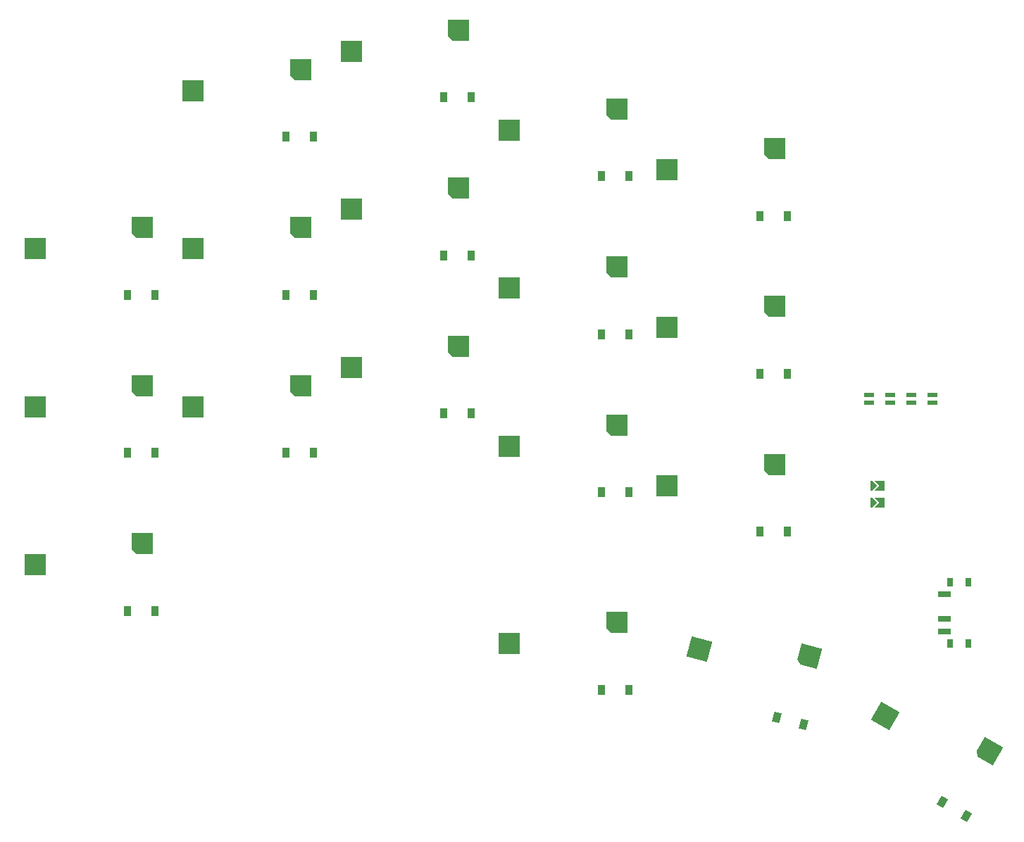
<source format=gbr>
%TF.GenerationSoftware,KiCad,Pcbnew,9.0.7*%
%TF.CreationDate,2026-01-30T15:33:05-05:00*%
%TF.ProjectId,v4,76342e6b-6963-4616-945f-706362585858,rev?*%
%TF.SameCoordinates,Original*%
%TF.FileFunction,Paste,Bot*%
%TF.FilePolarity,Positive*%
%FSLAX46Y46*%
G04 Gerber Fmt 4.6, Leading zero omitted, Abs format (unit mm)*
G04 Created by KiCad (PCBNEW 9.0.7) date 2026-01-30 15:33:05*
%MOMM*%
%LPD*%
G01*
G04 APERTURE LIST*
G04 Aperture macros list*
%AMRotRect*
0 Rectangle, with rotation*
0 The origin of the aperture is its center*
0 $1 length*
0 $2 width*
0 $3 Rotation angle, in degrees counterclockwise*
0 Add horizontal line*
21,1,$1,$2,0,0,$3*%
%AMOutline5P*
0 Free polygon, 5 corners , with rotation*
0 The origin of the aperture is its center*
0 number of corners: always 5*
0 $1 to $10 corner X, Y*
0 $11 Rotation angle, in degrees counterclockwise*
0 create outline with 5 corners*
4,1,5,$1,$2,$3,$4,$5,$6,$7,$8,$9,$10,$1,$2,$11*%
%AMOutline6P*
0 Free polygon, 6 corners , with rotation*
0 The origin of the aperture is its center*
0 number of corners: always 6*
0 $1 to $12 corner X, Y*
0 $13 Rotation angle, in degrees counterclockwise*
0 create outline with 6 corners*
4,1,6,$1,$2,$3,$4,$5,$6,$7,$8,$9,$10,$11,$12,$1,$2,$13*%
%AMOutline7P*
0 Free polygon, 7 corners , with rotation*
0 The origin of the aperture is its center*
0 number of corners: always 7*
0 $1 to $14 corner X, Y*
0 $15 Rotation angle, in degrees counterclockwise*
0 create outline with 7 corners*
4,1,7,$1,$2,$3,$4,$5,$6,$7,$8,$9,$10,$11,$12,$13,$14,$1,$2,$15*%
%AMOutline8P*
0 Free polygon, 8 corners , with rotation*
0 The origin of the aperture is its center*
0 number of corners: always 8*
0 $1 to $16 corner X, Y*
0 $17 Rotation angle, in degrees counterclockwise*
0 create outline with 8 corners*
4,1,8,$1,$2,$3,$4,$5,$6,$7,$8,$9,$10,$11,$12,$13,$14,$15,$16,$1,$2,$17*%
%AMFreePoly0*
4,1,6,0.600000,-1.000000,0.000000,-0.400000,-0.600000,-1.000000,-0.600000,0.250000,0.600000,0.250000,0.600000,-1.000000,0.600000,-1.000000,$1*%
%AMFreePoly1*
4,1,6,0.600000,-0.200000,0.600000,-0.400000,-0.600000,-0.400000,-0.600000,-0.200000,0.000000,0.400000,0.600000,-0.200000,0.600000,-0.200000,$1*%
G04 Aperture macros list end*
%ADD10R,0.900000X1.200000*%
%ADD11RotRect,0.900000X1.200000X165.000000*%
%ADD12FreePoly0,270.000000*%
%ADD13FreePoly1,270.000000*%
%ADD14R,0.800000X1.000000*%
%ADD15R,1.500000X0.700000*%
%ADD16RotRect,0.900000X1.200000X150.000000*%
%ADD17R,1.200000X0.600000*%
%ADD18R,2.550000X2.500000*%
%ADD19Outline5P,-1.275000X1.250000X1.275000X1.250000X1.275000X-1.250000X-0.775000X-1.250000X-1.275000X-0.750000X0.000000*%
%ADD20RotRect,2.550000X2.500000X345.000000*%
%ADD21Outline5P,-1.275000X1.250000X1.275000X1.250000X1.275000X-1.250000X-0.775000X-1.250000X-1.275000X-0.750000X345.000000*%
%ADD22RotRect,2.550000X2.500000X330.000000*%
%ADD23Outline5P,-1.275000X1.250000X1.275000X1.250000X1.275000X-1.250000X-0.775000X-1.250000X-1.275000X-0.750000X330.000000*%
G04 APERTURE END LIST*
D10*
%TO.C,D3*%
X104460000Y-75010000D03*
X101160000Y-75010000D03*
%TD*%
%TO.C,D4*%
X123460000Y-94010000D03*
X120160000Y-94010000D03*
%TD*%
D11*
%TO.C,D17*%
X182433098Y-126685096D03*
X179245542Y-125830996D03*
%TD*%
D10*
%TO.C,D6*%
X123460000Y-56010000D03*
X120160000Y-56010000D03*
%TD*%
%TO.C,D5*%
X123460000Y-75010000D03*
X120160000Y-75010000D03*
%TD*%
%TO.C,D2*%
X104460000Y-94010000D03*
X101160000Y-94010000D03*
%TD*%
D12*
%TO.C,JST1*%
X191926000Y-98010000D03*
X191926000Y-100010000D03*
D13*
X190910000Y-100010000D03*
X190910000Y-98010000D03*
%TD*%
D10*
%TO.C,D13*%
X180460000Y-103510000D03*
X177160000Y-103510000D03*
%TD*%
%TO.C,D14*%
X180460000Y-84510000D03*
X177160000Y-84510000D03*
%TD*%
D14*
%TO.C,PWR1*%
X200025000Y-109610000D03*
X200025000Y-116910000D03*
X202235000Y-109610000D03*
X202235000Y-116910000D03*
D15*
X199375000Y-111010000D03*
X199375000Y-114010000D03*
X199375000Y-115510000D03*
%TD*%
D10*
%TO.C,D15*%
X180460000Y-65510000D03*
X177160000Y-65510000D03*
%TD*%
%TO.C,D9*%
X142460000Y-51260000D03*
X139160000Y-51260000D03*
%TD*%
%TO.C,D11*%
X161460000Y-79760000D03*
X158160000Y-79760000D03*
%TD*%
%TO.C,D16*%
X161460000Y-122510000D03*
X158160000Y-122510000D03*
%TD*%
D16*
%TO.C,D18*%
X201975287Y-137658076D03*
X199117403Y-136008076D03*
%TD*%
D10*
%TO.C,D1*%
X104460000Y-113010000D03*
X101160000Y-113010000D03*
%TD*%
%TO.C,D7*%
X142460000Y-89260000D03*
X139160000Y-89260000D03*
%TD*%
%TO.C,D8*%
X142460000Y-70260000D03*
X139160000Y-70260000D03*
%TD*%
D17*
%TO.C,DISP1*%
X197920000Y-87960000D03*
X195380000Y-87960000D03*
X192840000Y-87960000D03*
X190300000Y-87960000D03*
X197920000Y-87060000D03*
X195380000Y-87060000D03*
X192840000Y-87060000D03*
X190300000Y-87060000D03*
%TD*%
D10*
%TO.C,D10*%
X161460000Y-98760000D03*
X158160000Y-98760000D03*
%TD*%
%TO.C,D12*%
X161460000Y-60760000D03*
X158160000Y-60760000D03*
%TD*%
D18*
%TO.C,S7*%
X128025000Y-83720000D03*
D19*
X140952000Y-81180000D03*
%TD*%
D18*
%TO.C,S11*%
X147025000Y-74220000D03*
D19*
X159952000Y-71680000D03*
%TD*%
D18*
%TO.C,S8*%
X128025000Y-64720000D03*
D19*
X140952000Y-62180000D03*
%TD*%
D18*
%TO.C,S5*%
X109025000Y-69470000D03*
D19*
X121952000Y-66930000D03*
%TD*%
D18*
%TO.C,S9*%
X128025000Y-45720000D03*
D19*
X140952000Y-43180000D03*
%TD*%
D20*
%TO.C,S17*%
X169923816Y-117597815D03*
D21*
X183067739Y-118490118D03*
%TD*%
D18*
%TO.C,S15*%
X166025000Y-59970000D03*
D19*
X178952000Y-57430000D03*
%TD*%
D18*
%TO.C,S13*%
X166025000Y-97970000D03*
D19*
X178952000Y-95430000D03*
%TD*%
D18*
%TO.C,S2*%
X90025000Y-88470000D03*
D19*
X102952000Y-85930000D03*
%TD*%
D18*
%TO.C,S14*%
X166025000Y-78970000D03*
D19*
X178952000Y-76430000D03*
%TD*%
D22*
%TO.C,S18*%
X192244210Y-125642795D03*
D23*
X204709320Y-129906591D03*
%TD*%
D18*
%TO.C,S1*%
X90025000Y-107470000D03*
D19*
X102952000Y-104930000D03*
%TD*%
D18*
%TO.C,S6*%
X109025000Y-50470000D03*
D19*
X121952000Y-47930000D03*
%TD*%
D18*
%TO.C,S12*%
X147025000Y-55220000D03*
D19*
X159952000Y-52680000D03*
%TD*%
D18*
%TO.C,S16*%
X147025000Y-116970000D03*
D19*
X159952000Y-114430000D03*
%TD*%
D18*
%TO.C,S3*%
X90025000Y-69470000D03*
D19*
X102952000Y-66930000D03*
%TD*%
D18*
%TO.C,S4*%
X109025000Y-88470000D03*
D19*
X121952000Y-85930000D03*
%TD*%
D18*
%TO.C,S10*%
X147025000Y-93220000D03*
D19*
X159952000Y-90680000D03*
%TD*%
M02*

</source>
